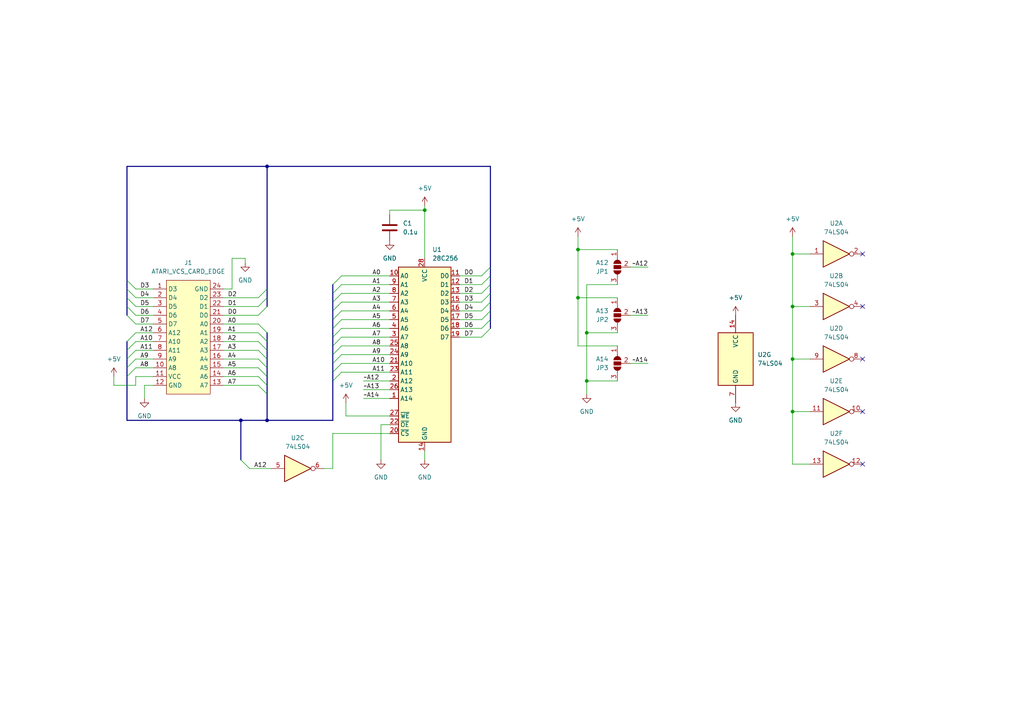
<source format=kicad_sch>
(kicad_sch (version 20230121) (generator eeschema)
  (paper "A4")
  (lib_symbols
    (symbol "74xx:74LS04"
      (property "Reference" "U" (at 0 1.27 0))
      (property "Value" "74LS04" (at 0 -1.27 0))
      (symbol "74LS04_1_0"
        (polyline (pts (xy -3.81 3.81) (xy -3.81 -3.81) (xy 3.81 0) (xy -3.81 3.81)) (stroke (width 0.254)) (fill (type background)))
        (pin input line (at -7.62 0 0) (length 3.81) (name "~") (number "1"))
        (pin output inverted (at 7.62 0 180) (length 3.81) (name "~") (number "2"))
      )
      (symbol "74LS04_2_0"
        (polyline (pts (xy -3.81 3.81) (xy -3.81 -3.81) (xy 3.81 0) (xy -3.81 3.81)) (stroke (width 0.254)) (fill (type background)))
        (pin input line (at -7.62 0 0) (length 3.81) (name "~") (number "3"))
        (pin output inverted (at 7.62 0 180) (length 3.81) (name "~") (number "4"))
      )
      (symbol "74LS04_3_0"
        (polyline (pts (xy -3.81 3.81) (xy -3.81 -3.81) (xy 3.81 0) (xy -3.81 3.81)) (stroke (width 0.254)) (fill (type background)))
        (pin input line (at -7.62 0 0) (length 3.81) (name "~") (number "5"))
        (pin output inverted (at 7.62 0 180) (length 3.81) (name "~") (number "6"))
      )
      (symbol "74LS04_4_0"
        (polyline (pts (xy -3.81 3.81) (xy -3.81 -3.81) (xy 3.81 0) (xy -3.81 3.81)) (stroke (width 0.254)) (fill (type background)))
        (pin output inverted (at 7.62 0 180) (length 3.81) (name "~") (number "8"))
        (pin input line (at -7.62 0 0) (length 3.81) (name "~") (number "9"))
      )
      (symbol "74LS04_5_0"
        (polyline (pts (xy -3.81 3.81) (xy -3.81 -3.81) (xy 3.81 0) (xy -3.81 3.81)) (stroke (width 0.254)) (fill (type background)))
        (pin output inverted (at 7.62 0 180) (length 3.81) (name "~") (number "10"))
        (pin input line (at -7.62 0 0) (length 3.81) (name "~") (number "11"))
      )
      (symbol "74LS04_6_0"
        (polyline (pts (xy -3.81 3.81) (xy -3.81 -3.81) (xy 3.81 0) (xy -3.81 3.81)) (stroke (width 0.254)) (fill (type background)))
        (pin output inverted (at 7.62 0 180) (length 3.81) (name "~") (number "12"))
        (pin input line (at -7.62 0 0) (length 3.81) (name "~") (number "13"))
      )
      (symbol "74LS04_7_0"
        (pin power_in line (at 0 12.7 270) (length 5.08) (name "VCC") (number "14"))
        (pin power_in line (at 0 -12.7 90) (length 5.08) (name "GND") (number "7"))
      )
      (symbol "74LS04_7_1"
        (rectangle (start -5.08 7.62) (end 5.08 -7.62) (stroke (width 0.254)) (fill (type background)))
      )
    )
    (symbol "Device:C" (pin_numbers hide) (pin_names (offset 0.254))
      (property "Reference" "C" (at 0.635 2.54 0))
      (property "Value" "C" (at 0.635 -2.54 0))
      (symbol "C_0_1"
        (polyline (pts (xy -2.032 -0.762) (xy 2.032 -0.762)) (stroke (width 0.508)))
        (polyline (pts (xy -2.032 0.762) (xy 2.032 0.762)) (stroke (width 0.508)))
      )
      (symbol "C_1_1"
        (pin passive line (at 0 3.81 270) (length 2.794) (name "~") (number "1"))
        (pin passive line (at 0 -3.81 90) (length 2.794) (name "~") (number "2"))
      )
    )
    (symbol "Jumper:SolderJumper_3_Open" (pin_names (offset 0) hide)
      (property "Reference" "JP" (at -2.54 -2.54 0))
      (property "Value" "SolderJumper_3_Open" (at 0 2.794 0))
      (symbol "SolderJumper_3_Open_0_1"
        (arc (start -1.016 1.016) (mid -2.0276 0) (end -1.016 -1.016))
        (arc (start -1.016 1.016) (mid -2.0276 0) (end -1.016 -1.016) (fill (type outline)))
        (rectangle (start -0.508 1.016) (end 0.508 -1.016) (fill (type outline)))
        (polyline (pts (xy -2.54 0) (xy -2.032 0)))
        (polyline (pts (xy -1.016 1.016) (xy -1.016 -1.016)))
        (polyline (pts (xy 0 -1.27) (xy 0 -1.016)))
        (polyline (pts (xy 1.016 1.016) (xy 1.016 -1.016)))
        (polyline (pts (xy 2.54 0) (xy 2.032 0)))
        (arc (start 1.016 -1.016) (mid 2.0276 0) (end 1.016 1.016))
        (arc (start 1.016 -1.016) (mid 2.0276 0) (end 1.016 1.016) (fill (type outline)))
      )
      (symbol "SolderJumper_3_Open_1_1"
        (pin passive line (at -5.08 0 0) (length 2.54) (name "A") (number "1"))
        (pin passive line (at 0 -3.81 90) (length 2.54) (name "C") (number "2"))
        (pin passive line (at 5.08 0 180) (length 2.54) (name "B") (number "3"))
      )
    )
    (symbol "Memory_EEPROM:28C256"
      (property "Reference" "U" (at -7.62 26.67 0))
      (property "Value" "28C256" (at 2.54 -26.67 0))
      (symbol "28C256_1_1"
        (rectangle (start -7.62 25.4) (end 7.62 -25.4) (stroke (width 0.254)) (fill (type background)))
        (pin input line (at -10.16 -12.7 0) (length 2.54) (name "A14") (number "1"))
        (pin input line (at -10.16 22.86 0) (length 2.54) (name "A0") (number "10"))
        (pin tri_state line (at 10.16 22.86 180) (length 2.54) (name "D0") (number "11"))
        (pin tri_state line (at 10.16 20.32 180) (length 2.54) (name "D1") (number "12"))
        (pin tri_state line (at 10.16 17.78 180) (length 2.54) (name "D2") (number "13"))
        (pin power_in line (at 0 -27.94 90) (length 2.54) (name "GND") (number "14"))
        (pin tri_state line (at 10.16 15.24 180) (length 2.54) (name "D3") (number "15"))
        (pin tri_state line (at 10.16 12.7 180) (length 2.54) (name "D4") (number "16"))
        (pin tri_state line (at 10.16 10.16 180) (length 2.54) (name "D5") (number "17"))
        (pin tri_state line (at 10.16 7.62 180) (length 2.54) (name "D6") (number "18"))
        (pin tri_state line (at 10.16 5.08 180) (length 2.54) (name "D7") (number "19"))
        (pin input line (at -10.16 -7.62 0) (length 2.54) (name "A12") (number "2"))
        (pin input line (at -10.16 -22.86 0) (length 2.54) (name "~{CS}") (number "20"))
        (pin input line (at -10.16 -2.54 0) (length 2.54) (name "A10") (number "21"))
        (pin input line (at -10.16 -20.32 0) (length 2.54) (name "~{OE}") (number "22"))
        (pin input line (at -10.16 -5.08 0) (length 2.54) (name "A11") (number "23"))
        (pin input line (at -10.16 0 0) (length 2.54) (name "A9") (number "24"))
        (pin input line (at -10.16 2.54 0) (length 2.54) (name "A8") (number "25"))
        (pin input line (at -10.16 -10.16 0) (length 2.54) (name "A13") (number "26"))
        (pin input line (at -10.16 -17.78 0) (length 2.54) (name "~{WE}") (number "27"))
        (pin power_in line (at 0 27.94 270) (length 2.54) (name "VCC") (number "28"))
        (pin input line (at -10.16 5.08 0) (length 2.54) (name "A7") (number "3"))
        (pin input line (at -10.16 7.62 0) (length 2.54) (name "A6") (number "4"))
        (pin input line (at -10.16 10.16 0) (length 2.54) (name "A5") (number "5"))
        (pin input line (at -10.16 12.7 0) (length 2.54) (name "A4") (number "6"))
        (pin input line (at -10.16 15.24 0) (length 2.54) (name "A3") (number "7"))
        (pin input line (at -10.16 17.78 0) (length 2.54) (name "A2") (number "8"))
        (pin input line (at -10.16 20.32 0) (length 2.54) (name "A1") (number "9"))
      )
    )
    (symbol "power:+5V" (power) (pin_names (offset 0))
      (property "Value" "+5V" (at 0 3.556 0))
      (symbol "+5V_0_1"
        (polyline (pts (xy -0.762 1.27) (xy 0 2.54)))
        (polyline (pts (xy 0 0) (xy 0 2.54)))
        (polyline (pts (xy 0 2.54) (xy 0.762 1.27)))
      )
      (symbol "+5V_1_1"
        (pin power_in line (at 0 0 90) (length 0) hide (name "+5V") (number "1"))
      )
    )
    (symbol "power:GND" (power) (pin_names (offset 0))
      (property "Value" "GND" (at 0 -3.81 0))
      (symbol "GND_0_1"
        (polyline (pts (xy 0 0) (xy 0 -1.27) (xy 1.27 -1.27) (xy 0 -2.54) (xy -1.27 -1.27) (xy 0 -1.27)))
      )
      (symbol "GND_1_1"
        (pin power_in line (at 0 0 270) (length 0) hide (name "GND") (number "1"))
      )
    )
    (symbol "vcs-cartridge:ATARI_VCS_CARD_EDGE"
      (property "Reference" "J" (at 0 17.78 0))
      (property "Value" "ATARI_VCS_CARD_EDGE" (at 0 -17.78 0))
      (symbol "ATARI_VCS_CARD_EDGE_1_1"
        (rectangle (start -6.35 16.51) (end 6.35 -16.51) (fill (type background)))
        (pin input line (at -10.16 13.97 0) (length 3.81) (name "D3") (number "1"))
        (pin output line (at -10.16 -8.89 0) (length 3.81) (name "A8") (number "10"))
        (pin power_out line (at -10.16 -11.43 0) (length 3.81) (name "VCC") (number "11"))
        (pin power_out line (at -10.16 -13.97 0) (length 3.81) (name "GND") (number "12"))
        (pin output line (at 10.16 -13.97 180) (length 3.81) (name "A7") (number "13"))
        (pin output line (at 10.16 -11.43 180) (length 3.81) (name "A6") (number "14"))
        (pin output line (at 10.16 -8.89 180) (length 3.81) (name "A5") (number "15"))
        (pin output line (at 10.16 -6.35 180) (length 3.81) (name "A4") (number "16"))
        (pin output line (at 10.16 -3.81 180) (length 3.81) (name "A3") (number "17"))
        (pin output line (at 10.16 -1.27 180) (length 3.81) (name "A2") (number "18"))
        (pin output line (at 10.16 1.27 180) (length 3.81) (name "A1") (number "19"))
        (pin input line (at -10.16 11.43 0) (length 3.81) (name "D4") (number "2"))
        (pin output line (at 10.16 3.81 180) (length 3.81) (name "A0") (number "20"))
        (pin input line (at 10.16 6.35 180) (length 3.81) (name "D0") (number "21"))
        (pin input line (at 10.16 8.89 180) (length 3.81) (name "D1") (number "22"))
        (pin input line (at 10.16 11.43 180) (length 3.81) (name "D2") (number "23"))
        (pin power_out line (at 10.16 13.97 180) (length 3.81) (name "GND") (number "24"))
        (pin input line (at -10.16 8.89 0) (length 3.81) (name "D5") (number "3"))
        (pin input line (at -10.16 6.35 0) (length 3.81) (name "D6") (number "4"))
        (pin input line (at -10.16 3.81 0) (length 3.81) (name "D7") (number "5"))
        (pin output line (at -10.16 1.27 0) (length 3.81) (name "A12") (number "6"))
        (pin output line (at -10.16 -1.27 0) (length 3.81) (name "A10") (number "7"))
        (pin output line (at -10.16 -3.81 0) (length 3.81) (name "A11") (number "8"))
        (pin output line (at -10.16 -6.35 0) (length 3.81) (name "A9") (number "9"))
      )
    )
  )
  (junction (at 77.47 48.26))
  (junction (at 229.87 88.9))
  (junction (at 170.18 96.52))
  (junction (at 69.85 121.92))
  (junction (at 123.19 60.96))
  (junction (at 170.18 110.49))
  (junction (at 229.87 104.14))
  (junction (at 229.87 73.66))
  (junction (at 77.47 121.92))
  (junction (at 167.64 86.36))
  (junction (at 229.87 119.38))
  (junction (at 167.64 72.39))
  (no_connect (at 250.19 134.62))
  (no_connect (at 250.19 88.9))
  (no_connect (at 250.19 104.14))
  (no_connect (at 250.19 119.38))
  (no_connect (at 250.19 73.66))
  (bus_entry (at 99.06 82.55) (size -2.54 2.54))
  (bus_entry (at 99.06 85.09) (size -2.54 2.54))
  (bus_entry (at 99.06 102.87) (size -2.54 2.54))
  (bus_entry (at 74.93 104.14) (size 2.54 2.54))
  (bus_entry (at 77.47 86.36) (size -2.54 2.54))
  (bus_entry (at 99.06 87.63) (size -2.54 2.54))
  (bus_entry (at 142.24 82.55) (size -2.54 2.54))
  (bus_entry (at 142.24 92.71) (size -2.54 2.54))
  (bus_entry (at 36.83 88.9) (size 2.54 2.54))
  (bus_entry (at 74.93 109.22) (size 2.54 2.54))
  (bus_entry (at 74.93 106.68) (size 2.54 2.54))
  (bus_entry (at 74.93 111.76) (size 2.54 2.54))
  (bus_entry (at 36.83 99.06) (size 2.54 -2.54))
  (bus_entry (at 74.93 101.6) (size 2.54 2.54))
  (bus_entry (at 36.83 86.36) (size 2.54 2.54))
  (bus_entry (at 142.24 85.09) (size -2.54 2.54))
  (bus_entry (at 77.47 83.82) (size -2.54 2.54))
  (bus_entry (at 74.93 96.52) (size 2.54 2.54))
  (bus_entry (at 142.24 80.01) (size -2.54 2.54))
  (bus_entry (at 36.83 109.22) (size 2.54 -2.54))
  (bus_entry (at 99.06 80.01) (size -2.54 2.54))
  (bus_entry (at 36.83 81.28) (size 2.54 2.54))
  (bus_entry (at 74.93 93.98) (size 2.54 2.54))
  (bus_entry (at 142.24 87.63) (size -2.54 2.54))
  (bus_entry (at 36.83 91.44) (size 2.54 2.54))
  (bus_entry (at 99.06 95.25) (size -2.54 2.54))
  (bus_entry (at 36.83 101.6) (size 2.54 -2.54))
  (bus_entry (at 99.06 97.79) (size -2.54 2.54))
  (bus_entry (at 36.83 104.14) (size 2.54 -2.54))
  (bus_entry (at 36.83 83.82) (size 2.54 2.54))
  (bus_entry (at 142.24 90.17) (size -2.54 2.54))
  (bus_entry (at 99.06 105.41) (size -2.54 2.54))
  (bus_entry (at 74.93 99.06) (size 2.54 2.54))
  (bus_entry (at 142.24 77.47) (size -2.54 2.54))
  (bus_entry (at 36.83 106.68) (size 2.54 -2.54))
  (bus_entry (at 99.06 107.95) (size -2.54 2.54))
  (bus_entry (at 99.06 92.71) (size -2.54 2.54))
  (bus_entry (at 77.47 88.9) (size -2.54 2.54))
  (bus_entry (at 99.06 100.33) (size -2.54 2.54))
  (bus_entry (at 142.24 95.25) (size -2.54 2.54))
  (bus_entry (at 69.85 133.35) (size 2.54 2.54))
  (bus_entry (at 99.06 90.17) (size -2.54 2.54))
  (bus (pts (xy 36.83 48.26) (xy 77.47 48.26)))
  (bus (pts (xy 142.24 82.55) (xy 142.24 85.09)))
  (wire (pts (xy 39.37 104.14) (xy 44.45 104.14)))
  (wire (pts (xy 133.35 90.17) (xy 139.7 90.17)))
  (wire (pts (xy 39.37 93.98) (xy 44.45 93.98)))
  (wire (pts (xy 167.64 72.39) (xy 179.07 72.39)))
  (wire (pts (xy 123.19 60.96) (xy 123.19 74.93)))
  (bus (pts (xy 77.47 111.76) (xy 77.47 114.3)))
  (wire (pts (xy 99.06 97.79) (xy 113.03 97.79)))
  (bus (pts (xy 77.47 114.3) (xy 77.47 121.92)))
  (wire (pts (xy 182.88 77.47) (xy 187.96 77.47)))
  (wire (pts (xy 39.37 83.82) (xy 44.45 83.82)))
  (wire (pts (xy 99.06 87.63) (xy 113.03 87.63)))
  (wire (pts (xy 170.18 82.55) (xy 179.07 82.55)))
  (wire (pts (xy 39.37 106.68) (xy 44.45 106.68)))
  (bus (pts (xy 77.47 104.14) (xy 77.47 106.68)))
  (wire (pts (xy 64.77 106.68) (xy 74.93 106.68)))
  (wire (pts (xy 71.12 74.93) (xy 71.12 76.2)))
  (wire (pts (xy 64.77 104.14) (xy 74.93 104.14)))
  (wire (pts (xy 105.41 115.57) (xy 113.03 115.57)))
  (bus (pts (xy 96.52 102.87) (xy 96.52 105.41)))
  (wire (pts (xy 229.87 68.58) (xy 229.87 73.66)))
  (wire (pts (xy 39.37 99.06) (xy 44.45 99.06)))
  (bus (pts (xy 142.24 80.01) (xy 142.24 82.55)))
  (wire (pts (xy 64.77 86.36) (xy 74.93 86.36)))
  (bus (pts (xy 36.83 91.44) (xy 36.83 88.9)))
  (wire (pts (xy 229.87 104.14) (xy 229.87 119.38)))
  (wire (pts (xy 100.33 120.65) (xy 113.03 120.65)))
  (wire (pts (xy 72.39 135.89) (xy 78.74 135.89)))
  (wire (pts (xy 41.91 111.76) (xy 44.45 111.76)))
  (wire (pts (xy 99.06 85.09) (xy 113.03 85.09)))
  (wire (pts (xy 229.87 104.14) (xy 234.95 104.14)))
  (wire (pts (xy 64.77 91.44) (xy 74.93 91.44)))
  (bus (pts (xy 77.47 96.52) (xy 77.47 99.06)))
  (bus (pts (xy 96.52 85.09) (xy 96.52 87.63)))
  (wire (pts (xy 99.06 105.41) (xy 113.03 105.41)))
  (wire (pts (xy 33.02 109.22) (xy 33.02 111.76)))
  (bus (pts (xy 142.24 85.09) (xy 142.24 87.63)))
  (bus (pts (xy 69.85 121.92) (xy 77.47 121.92)))
  (wire (pts (xy 167.64 100.33) (xy 179.07 100.33)))
  (bus (pts (xy 96.52 90.17) (xy 96.52 92.71)))
  (bus (pts (xy 96.52 82.55) (xy 96.52 85.09)))
  (wire (pts (xy 113.03 60.96) (xy 113.03 62.23)))
  (wire (pts (xy 64.77 101.6) (xy 74.93 101.6)))
  (wire (pts (xy 67.31 74.93) (xy 67.31 83.82)))
  (wire (pts (xy 39.37 111.76) (xy 39.37 109.22)))
  (wire (pts (xy 170.18 110.49) (xy 179.07 110.49)))
  (wire (pts (xy 229.87 88.9) (xy 234.95 88.9)))
  (wire (pts (xy 64.77 109.22) (xy 74.93 109.22)))
  (wire (pts (xy 67.31 83.82) (xy 64.77 83.82)))
  (bus (pts (xy 36.83 83.82) (xy 36.83 81.28)))
  (wire (pts (xy 110.49 133.35) (xy 110.49 123.19)))
  (wire (pts (xy 39.37 88.9) (xy 44.45 88.9)))
  (wire (pts (xy 99.06 107.95) (xy 113.03 107.95)))
  (wire (pts (xy 133.35 80.01) (xy 139.7 80.01)))
  (bus (pts (xy 77.47 86.36) (xy 77.47 88.9)))
  (bus (pts (xy 96.52 110.49) (xy 96.52 121.92)))
  (wire (pts (xy 167.64 68.58) (xy 167.64 72.39)))
  (wire (pts (xy 123.19 60.96) (xy 113.03 60.96)))
  (wire (pts (xy 93.98 135.89) (xy 96.52 135.89)))
  (bus (pts (xy 77.47 83.82) (xy 77.47 86.36)))
  (bus (pts (xy 96.52 105.41) (xy 96.52 107.95)))
  (wire (pts (xy 39.37 109.22) (xy 44.45 109.22)))
  (wire (pts (xy 99.06 80.01) (xy 113.03 80.01)))
  (bus (pts (xy 96.52 100.33) (xy 96.52 102.87)))
  (bus (pts (xy 96.52 97.79) (xy 96.52 100.33)))
  (wire (pts (xy 133.35 87.63) (xy 139.7 87.63)))
  (wire (pts (xy 170.18 110.49) (xy 170.18 96.52)))
  (bus (pts (xy 142.24 90.17) (xy 142.24 92.71)))
  (wire (pts (xy 170.18 114.3) (xy 170.18 110.49)))
  (wire (pts (xy 99.06 102.87) (xy 113.03 102.87)))
  (wire (pts (xy 133.35 82.55) (xy 139.7 82.55)))
  (wire (pts (xy 39.37 86.36) (xy 44.45 86.36)))
  (wire (pts (xy 41.91 115.57) (xy 41.91 111.76)))
  (wire (pts (xy 167.64 86.36) (xy 167.64 100.33)))
  (wire (pts (xy 67.31 74.93) (xy 71.12 74.93)))
  (wire (pts (xy 64.77 96.52) (xy 74.93 96.52)))
  (wire (pts (xy 64.77 111.76) (xy 74.93 111.76)))
  (bus (pts (xy 36.83 86.36) (xy 36.83 83.82)))
  (wire (pts (xy 64.77 88.9) (xy 74.93 88.9)))
  (bus (pts (xy 36.83 121.92) (xy 69.85 121.92)))
  (bus (pts (xy 77.47 48.26) (xy 77.47 83.82)))
  (wire (pts (xy 229.87 73.66) (xy 234.95 73.66)))
  (bus (pts (xy 36.83 81.28) (xy 36.83 48.26)))
  (wire (pts (xy 167.64 72.39) (xy 167.64 86.36)))
  (wire (pts (xy 229.87 88.9) (xy 229.87 104.14)))
  (wire (pts (xy 229.87 119.38) (xy 229.87 134.62)))
  (bus (pts (xy 77.47 121.92) (xy 96.52 121.92)))
  (bus (pts (xy 96.52 92.71) (xy 96.52 95.25)))
  (wire (pts (xy 99.06 92.71) (xy 113.03 92.71)))
  (wire (pts (xy 182.88 105.41) (xy 187.96 105.41)))
  (bus (pts (xy 77.47 99.06) (xy 77.47 101.6)))
  (wire (pts (xy 229.87 119.38) (xy 234.95 119.38)))
  (wire (pts (xy 123.19 133.35) (xy 123.19 130.81)))
  (wire (pts (xy 229.87 73.66) (xy 229.87 88.9)))
  (wire (pts (xy 167.64 86.36) (xy 179.07 86.36)))
  (bus (pts (xy 36.83 88.9) (xy 36.83 86.36)))
  (wire (pts (xy 33.02 111.76) (xy 39.37 111.76)))
  (bus (pts (xy 96.52 107.95) (xy 96.52 110.49)))
  (wire (pts (xy 99.06 95.25) (xy 113.03 95.25)))
  (wire (pts (xy 105.41 113.03) (xy 113.03 113.03)))
  (wire (pts (xy 105.41 110.49) (xy 113.03 110.49)))
  (bus (pts (xy 77.47 48.26) (xy 142.24 48.26)))
  (bus (pts (xy 69.85 121.92) (xy 69.85 133.35)))
  (bus (pts (xy 36.83 101.6) (xy 36.83 104.14)))
  (wire (pts (xy 96.52 135.89) (xy 96.52 125.73)))
  (bus (pts (xy 96.52 87.63) (xy 96.52 90.17)))
  (bus (pts (xy 36.83 104.14) (xy 36.83 106.68)))
  (bus (pts (xy 142.24 92.71) (xy 142.24 95.25)))
  (bus (pts (xy 36.83 109.22) (xy 36.83 121.92)))
  (wire (pts (xy 182.88 91.44) (xy 187.96 91.44)))
  (bus (pts (xy 36.83 99.06) (xy 36.83 101.6)))
  (wire (pts (xy 133.35 85.09) (xy 139.7 85.09)))
  (wire (pts (xy 229.87 134.62) (xy 234.95 134.62)))
  (bus (pts (xy 36.83 106.68) (xy 36.83 109.22)))
  (wire (pts (xy 99.06 100.33) (xy 113.03 100.33)))
  (bus (pts (xy 142.24 48.26) (xy 142.24 77.47)))
  (wire (pts (xy 133.35 92.71) (xy 139.7 92.71)))
  (wire (pts (xy 39.37 91.44) (xy 44.45 91.44)))
  (wire (pts (xy 99.06 90.17) (xy 113.03 90.17)))
  (wire (pts (xy 39.37 101.6) (xy 44.45 101.6)))
  (bus (pts (xy 142.24 77.47) (xy 142.24 80.01)))
  (bus (pts (xy 77.47 101.6) (xy 77.47 104.14)))
  (wire (pts (xy 170.18 96.52) (xy 179.07 96.52)))
  (bus (pts (xy 96.52 95.25) (xy 96.52 97.79)))
  (wire (pts (xy 133.35 95.25) (xy 139.7 95.25)))
  (wire (pts (xy 170.18 96.52) (xy 170.18 82.55)))
  (wire (pts (xy 99.06 82.55) (xy 113.03 82.55)))
  (wire (pts (xy 100.33 116.84) (xy 100.33 120.65)))
  (wire (pts (xy 123.19 59.69) (xy 123.19 60.96)))
  (bus (pts (xy 142.24 87.63) (xy 142.24 90.17)))
  (wire (pts (xy 64.77 93.98) (xy 74.93 93.98)))
  (wire (pts (xy 39.37 96.52) (xy 44.45 96.52)))
  (wire (pts (xy 110.49 123.19) (xy 113.03 123.19)))
  (wire (pts (xy 133.35 97.79) (xy 139.7 97.79)))
  (bus (pts (xy 77.47 109.22) (xy 77.47 111.76)))
  (wire (pts (xy 96.52 125.73) (xy 113.03 125.73)))
  (bus (pts (xy 77.47 106.68) (xy 77.47 109.22)))
  (wire (pts (xy 64.77 99.06) (xy 74.93 99.06)))
  (label "D2" (at 134.62 85.09 0))
  (label "A7" (at 66.04 111.76 0))
  (label "D0" (at 134.62 80.01 0))
  (label "A1" (at 107.95 82.55 0))
  (label "~A13" (at 105.41 113.03 0))
  (label "D7" (at 40.64 93.98 0))
  (label "~A12" (at 187.96 77.47 180))
  (label "A8" (at 107.95 100.33 0))
  (label "D1" (at 66.04 88.9 0))
  (label "~A14" (at 187.96 105.41 180))
  (label "A3" (at 107.95 87.63 0))
  (label "A4" (at 66.04 104.14 0))
  (label "A4" (at 107.95 90.17 0))
  (label "D4" (at 40.64 86.36 0))
  (label "D2" (at 66.04 86.36 0))
  (label "D3" (at 134.62 87.63 0))
  (label "D5" (at 134.62 92.71 0))
  (label "A0" (at 107.95 80.01 0))
  (label "A11" (at 40.64 101.6 0))
  (label "A10" (at 107.95 105.41 0))
  (label "D5" (at 40.64 88.9 0))
  (label "A3" (at 66.04 101.6 0))
  (label "A10" (at 40.64 99.06 0))
  (label "A2" (at 107.95 85.09 0))
  (label "D1" (at 134.62 82.55 0))
  (label "A0" (at 66.04 93.98 0))
  (label "A6" (at 66.04 109.22 0))
  (label "A8" (at 40.64 106.68 0))
  (label "A5" (at 66.04 106.68 0))
  (label "~A14" (at 105.41 115.57 0))
  (label "A1" (at 66.04 96.52 0))
  (label "A9" (at 107.95 102.87 0))
  (label "A2" (at 66.04 99.06 0))
  (label "~A12" (at 105.41 110.49 0))
  (label "A11" (at 107.95 107.95 0))
  (label "D7" (at 134.62 97.79 0))
  (label "A5" (at 107.95 92.71 0))
  (label "A12" (at 73.66 135.89 0))
  (label "A12" (at 40.64 96.52 0))
  (label "D6" (at 40.64 91.44 0))
  (label "A6" (at 107.95 95.25 0))
  (label "D0" (at 66.04 91.44 0))
  (label "D6" (at 134.62 95.25 0))
  (label "D4" (at 134.62 90.17 0))
  (label "A7" (at 107.95 97.79 0))
  (label "D3" (at 40.64 83.82 0))
  (label "A9" (at 40.64 104.14 0))
  (label "~A13" (at 187.96 91.44 180))
  (symbol (lib_id "74xx:74LS04") (at 242.57 134.62 0) (unit 6)
    (property "Reference" "U2" (at 242.57 125.73 0))
    (property "Value" "74LS04" (at 242.57 128.27 0))
    (property "Footprint" "Package_DIP:DIP-14_W7.62mm_LongPads" (effects hide))
    (property "Datasheet" "http://www.ti.com/lit/gpn/sn74LS04" (effects hide))
  )
  (symbol (lib_id "power:GND") (at 213.36 116.84 0) (unit 1)
    (property "Reference" "#PWR09" (effects hide))
    (property "Value" "GND" (at 213.36 121.92 0))
  )
  (symbol (lib_id "power:GND") (at 113.03 69.85 0) (unit 1)
    (property "Reference" "#PWR05" (effects hide))
    (property "Value" "GND" (at 113.03 74.93 0))
  )
  (symbol (lib_id "power:GND") (at 41.91 115.57 0) (unit 1)
    (property "Reference" "#PWR02" (effects hide))
    (property "Value" "GND" (at 41.91 120.65 0))
  )
  (symbol (lib_id "power:GND") (at 71.12 76.2 0) (unit 1)
    (property "Reference" "#PWR03" (effects hide))
    (property "Value" "GND" (at 71.12 81.28 0))
  )
  (symbol (lib_id "74xx:74LS04") (at 242.57 119.38 0) (unit 5)
    (property "Reference" "U2" (at 242.57 110.49 0))
    (property "Value" "74LS04" (at 242.57 113.03 0))
    (property "Footprint" "Package_DIP:DIP-14_W7.62mm_LongPads" (effects hide))
    (property "Datasheet" "http://www.ti.com/lit/gpn/sn74LS04" (effects hide))
  )
  (symbol (lib_id "power:+5V") (at 229.87 68.58 0) (unit 1)
    (property "Reference" "#PWR07" (effects hide))
    (property "Value" "+5V" (at 229.87 63.5 0))
  )
  (symbol (lib_id "Jumper:SolderJumper_3_Open") (at 179.07 91.44 90) (mirror x) (unit 1)
    (property "Reference" "JP2" (at 176.53 92.71 90) (effects (justify left)))
    (property "Value" "A13" (at 176.53 90.17 90) (effects (justify left)))
    (property "Footprint" "Jumper:SolderJumper-3_P1.3mm_Open_RoundedPad1.0x1.5mm" (effects hide))
  )
  (symbol (lib_id "power:+5V") (at 123.19 59.69 0) (unit 1)
    (property "Reference" "#PWR04" (effects hide))
    (property "Value" "+5V" (at 123.19 54.61 0))
  )
  (symbol (lib_id "power:+5V") (at 213.36 91.44 0) (unit 1)
    (property "Reference" "#PWR08" (effects hide))
    (property "Value" "+5V" (at 213.36 86.36 0))
  )
  (symbol (lib_id "74xx:74LS04") (at 242.57 88.9 0) (unit 2)
    (property "Reference" "U2" (at 242.57 80.01 0))
    (property "Value" "74LS04" (at 242.57 82.55 0))
    (property "Footprint" "Package_DIP:DIP-14_W7.62mm_LongPads" (effects hide))
    (property "Datasheet" "http://www.ti.com/lit/gpn/sn74LS04" (effects hide))
  )
  (symbol (lib_id "power:+5V") (at 167.64 68.58 0) (unit 1)
    (property "Reference" "#PWR012" (effects hide))
    (property "Value" "+5V" (at 167.64 63.5 0))
  )
  (symbol (lib_id "power:+5V") (at 33.02 109.22 0) (unit 1)
    (property "Reference" "#PWR01" (effects hide))
    (property "Value" "+5V" (at 33.02 104.14 0))
  )
  (symbol (lib_id "74xx:74LS04") (at 213.36 104.14 0) (unit 7)
    (property "Reference" "U2" (at 219.71 102.87 0) (effects (justify left)))
    (property "Value" "74LS04" (at 219.71 105.41 0) (effects (justify left)))
    (property "Footprint" "Package_DIP:DIP-14_W7.62mm_LongPads" (effects hide))
    (property "Datasheet" "http://www.ti.com/lit/gpn/sn74LS04" (effects hide))
  )
  (symbol (lib_id "74xx:74LS04") (at 242.57 73.66 0) (unit 1)
    (property "Reference" "U2" (at 242.57 64.77 0))
    (property "Value" "74LS04" (at 242.57 67.31 0))
    (property "Footprint" "Package_DIP:DIP-14_W7.62mm_LongPads" (effects hide))
    (property "Datasheet" "http://www.ti.com/lit/gpn/sn74LS04" (effects hide))
  )
  (symbol (lib_id "power:GND") (at 170.18 114.3 0) (unit 1)
    (property "Reference" "#PWR013" (effects hide))
    (property "Value" "GND" (at 170.18 119.38 0))
  )
  (symbol (lib_id "Device:C") (at 113.03 66.04 0) (unit 1)
    (property "Reference" "C1" (at 116.84 64.77 0) (effects (justify left)))
    (property "Value" "0.1u" (at 116.84 67.31 0) (effects (justify left)))
    (property "Footprint" "Capacitor_THT:C_Rect_L4.6mm_W2.0mm_P2.50mm_MKS02_FKP02" (effects hide))
  )
  (symbol (lib_id "power:+5V") (at 100.33 116.84 0) (unit 1)
    (property "Reference" "#PWR011" (effects hide))
    (property "Value" "+5V" (at 100.33 111.76 0))
  )
  (symbol (lib_id "vcs-cartridge:ATARI_VCS_CARD_EDGE") (at 54.61 97.79 0) (unit 1)
    (property "Reference" "J1" (at 54.61 76.2 0))
    (property "Value" "ATARI_VCS_CARD_EDGE" (at 54.61 78.74 0))
    (property "Footprint" "vcs-cartridge:ATARI_VCS_CARD_EDGE" (effects hide))
  )
  (symbol (lib_id "74xx:74LS04") (at 242.57 104.14 0) (unit 4)
    (property "Reference" "U2" (at 242.57 95.25 0))
    (property "Value" "74LS04" (at 242.57 97.79 0))
    (property "Footprint" "Package_DIP:DIP-14_W7.62mm_LongPads" (effects hide))
    (property "Datasheet" "http://www.ti.com/lit/gpn/sn74LS04" (effects hide))
  )
  (symbol (lib_id "power:GND") (at 110.49 133.35 0) (unit 1)
    (property "Reference" "#PWR010" (effects hide))
    (property "Value" "GND" (at 110.49 138.43 0))
  )
  (symbol (lib_id "Memory_EEPROM:28C256") (at 123.19 102.87 0) (unit 1)
    (property "Reference" "U1" (at 125.3841 72.39 0) (effects (justify left)))
    (property "Value" "28C256" (at 125.3841 74.93 0) (effects (justify left)))
    (property "Footprint" "Package_DIP:DIP-28_W15.24mm_LongPads" (effects hide))
    (property "Datasheet" "http://ww1.microchip.com/downloads/en/DeviceDoc/doc0006.pdf" (effects hide))
  )
  (symbol (lib_id "power:GND") (at 123.19 133.35 0) (unit 1)
    (property "Reference" "#PWR06" (effects hide))
    (property "Value" "GND" (at 123.19 138.43 0))
  )
  (symbol (lib_id "74xx:74LS04") (at 86.36 135.89 0) (unit 3)
    (property "Reference" "U2" (at 86.36 127 0))
    (property "Value" "74LS04" (at 86.36 129.54 0))
    (property "Footprint" "Package_DIP:DIP-14_W7.62mm_LongPads" (effects hide))
    (property "Datasheet" "http://www.ti.com/lit/gpn/sn74LS04" (effects hide))
  )
  (symbol (lib_id "Jumper:SolderJumper_3_Open") (at 179.07 77.47 90) (mirror x) (unit 1)
    (property "Reference" "JP1" (at 176.53 78.74 90) (effects (justify left)))
    (property "Value" "A12" (at 176.53 76.2 90) (effects (justify left)))
    (property "Footprint" "Jumper:SolderJumper-3_P1.3mm_Open_RoundedPad1.0x1.5mm" (effects hide))
  )
  (symbol (lib_id "Jumper:SolderJumper_3_Open") (at 179.07 105.41 90) (mirror x) (unit 1)
    (property "Reference" "JP3" (at 176.53 106.68 90) (effects (justify left)))
    (property "Value" "A14" (at 176.53 104.14 90) (effects (justify left)))
    (property "Footprint" "Jumper:SolderJumper-3_P1.3mm_Open_RoundedPad1.0x1.5mm" (effects hide))
  )
)
</source>
